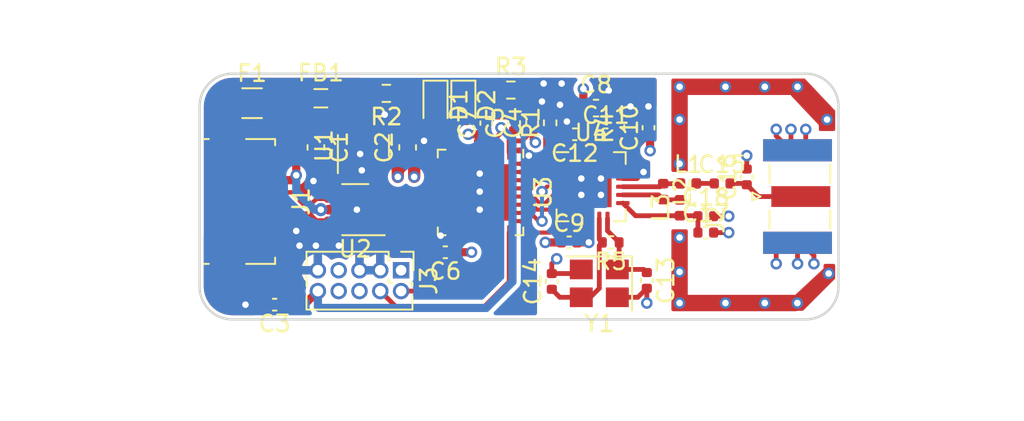
<source format=kicad_pcb>
(kicad_pcb (version 20211014) (generator pcbnew)
  (title_block (title "STM32RF") (date "2023-01-05") (rev "0.1v") (company "Majdbiw4200"))
  (layers (0 "F.Cu" signal) (1 "In1.Cu" signal) (2 "In2.Cu" signal) (31 "B.Cu" signal) (34 "B.Paste" user) (35 "F.Paste" user) (36 "B.SilkS" user "B.Silkscreen") (37 "F.SilkS" user "F.Silkscreen") (38 "B.Mask" user) (39 "F.Mask" user) (44 "Edge.Cuts" user))
  (net 0 "")
  (net 1 "Net-(C1-Pad1)")
  (net 2 "GND")
  (net 3 "+3V3")
  (net 4 "NRST")
  (net 5 "Net-(C12-Pad1)")
  (net 6 "NRF_XC1")
  (net 7 "NRF_XC2")
  (net 8 "Net-(C15-Pad1)")
  (net 9 "Net-(C15-Pad2)")
  (net 10 "NRF_VDD_PA")
  (net 11 "Net-(D1-Pad1)")
  (net 12 "Net-(D1-Pad2)")
  (net 13 "Net-(D2-Pad1)")
  (net 14 "Net-(D2-Pad2)")
  (net 15 "+5V")
  (net 16 "Net-(F1-Pad2)")
  (net 17 "USB_CONN_D-")
  (net 18 "USB_CONN_D+")
  (net 20 "unconnected-(J1-Pad6)")
  (net 21 "SWDIO")
  (net 22 "SWCLK")
  (net 26 "NRF_ANT2")
  (net 27 "NRF_ANT1")
  (net 28 "Net-(R1-Pad1)")
  (net 29 "Net-(R4-Pad1)")
  (net 30 "USB_D+")
  (net 31 "USB_D-")
  (net 45 "NRF_IRQ")
  (net 46 "SPI3_SCK")
  (net 47 "SPI3_MISO")
  (net 48 "SPI3_MOSI")
  (net 49 "SPI3_!CS")
  (net 50 "NRF_CE")
  (footprint "Inductor_SMD:L_0402_1005Metric" (layer "F.Cu") (at 60.735 28.9)
    (fp_text reference "L1")
    (fp_text value "3n9")
  )
  (footprint "Capacitor_SMD:C_0402_1005Metric" (layer "F.Cu") (at 64.3 28.5 90)
    (fp_text reference "C16")
    (fp_text value "1p")
  )
  (footprint "LED_SMD:LED_0603_1608Metric" (layer "F.Cu") (at 45.3 24.1125 -90)
    (fp_text reference "D1")
    (fp_text value "green")
  )
  (footprint "Capacitor_SMD:C_0603_1608Metric" (layer "F.Cu") (at 38 26.7 -90)
    (fp_text reference "C1")
    (fp_text value "10uF")
  )
  (footprint "Fuse:Fuse_1206_3216Metric" (layer "F.Cu") (at 34.1 24)
    (fp_text reference "F1")
    (fp_text value "100mA")
  )
  (footprint "Capacitor_SMD:C_0402_1005Metric" (layer "F.Cu") (at 58.2 34.82 -90)
    (fp_text reference "C13")
    (fp_text value "12pF")
  )
  (footprint "Capacitor_SMD:C_0603_1608Metric" (layer "F.Cu") (at 55.1 24.3)
    (fp_text reference "C8")
    (fp_text value "10uF")
  )
  (footprint "Connector_USB:USB_Micro-B_Molex_47346-0001" (layer "F.Cu") (at 33.8 30 -90)
    (fp_text reference "J1")
    (fp_text value "USB_B_Micro")
  )
  (footprint "Capacitor_SMD:C_0402_1005Metric" (layer "F.Cu") (at 62.8 28.9)
    (fp_text reference "C15")
    (fp_text value "1p5")
  )
  (footprint "Capacitor_SMD:C_0402_1005Metric" (layer "F.Cu") (at 35.48 36.3 180)
    (fp_text reference "C3")
    (fp_text value "100nF")
  )
  (footprint "Package_TO_SOT_SMD:SOT-23-6" (layer "F.Cu") (at 40.4 30.5 180)
    (fp_text reference "U2")
    (fp_text value "USBLC6-2SC6")
  )
  (footprint "Capacitor_SMD:C_0402_1005Metric" (layer "F.Cu") (at 50.1 25.2 90)
    (fp_text reference "C5")
    (fp_text value "100nF")
  )
  (footprint "Capacitor_SMD:C_0402_1005Metric" (layer "F.Cu") (at 61.8 31.9)
    (fp_text reference "C17")
    (fp_text value "2n2")
  )
  (footprint "Resistor_SMD:R_0402_1005Metric" (layer "F.Cu") (at 52.3 25.2 90)
    (fp_text reference "R1")
    (fp_text value "10k")
  )
  (footprint "Capacitor_SMD:C_0402_1005Metric" (layer "F.Cu") (at 52.4 34.88 90)
    (fp_text reference "C14")
    (fp_text value "12pF")
  )
  (footprint "Crystal:Crystal_SMD_3225-4Pin_3.2x2.5mm" (layer "F.Cu") (at 55.3 35 180)
    (fp_text reference "Y1")
    (fp_text value "16MHz")
  )
  (footprint "Capacitor_SMD:C_0402_1005Metric" (layer "F.Cu") (at 61.8 30.9)
    (fp_text reference "C18")
    (fp_text value "4p7")
  )
  (footprint "Connector_PinHeader_1.27mm:PinHeader_2x05_P1.27mm_Vertical" (layer "F.Cu") (at 43.2 34.2 -90)
    (fp_text reference "J3")
    (fp_text value "Conn_02x05_Odd_Even")
  )
  (footprint "Inductor_SMD:L_0402_1005Metric" (layer "F.Cu") (at 60.22 30.385 90)
    (fp_text reference "L3")
    (fp_text value "2n7")
  )
  (footprint "Package_TO_SOT_SMD:SOT-23" (layer "F.Cu") (at 40.9 26.6 90)
    (fp_text reference "U1")
    (fp_text value "XC6206P332MR")
  )
  (footprint "Resistor_SMD:R_0603_1608Metric" (layer "F.Cu") (at 42.3 23.4 180)
    (fp_text reference "R2")
    (fp_text value "2k2")
  )
  (footprint "LED_SMD:LED_0603_1608Metric" (layer "F.Cu") (at 47 24.1125 -90)
    (fp_text reference "D2")
    (fp_text value "yellow")
  )
  (footprint "Capacitor_SMD:C_0402_1005Metric" (layer "F.Cu") (at 51.2 25.2 90)
    (fp_text reference "C4")
    (fp_text value "1uF")
  )
  (footprint "Resistor_SMD:R_0603_1608Metric" (layer "F.Cu") (at 49.9 23.2)
    (fp_text reference "R3")
    (fp_text value "2k2")
  )
  (footprint "Capacitor_SMD:C_0402_1005Metric" (layer "F.Cu") (at 48.4 25.22 90)
    (fp_text reference "C7")
    (fp_text value "100nF")
  )
  (footprint "Package_DFN_QFN:QFN-20-1EP_4x4mm_P0.5mm_EP2.5x2.5mm" (layer "F.Cu") (at 54.8 29.1)
    (fp_text reference "U4")
    (fp_text value "nRF24L01P")
  )
  (footprint "Capacitor_SMD:C_0402_1005Metric" (layer "F.Cu") (at 55.7 25.9)
    (fp_text reference "C11")
    (fp_text value "100nF")
  )
  (footprint "Capacitor_SMD:C_0402_1005Metric" (layer "F.Cu") (at 58.3 25.5 90)
    (fp_text reference "C10")
    (fp_text value "100nF")
  )
  (footprint "Inductor_SMD:L_0402_1005Metric" (layer "F.Cu") (at 59.2 29.4 -90)
    (fp_text reference "L2")
    (fp_text value "8n2")
  )
  (footprint "Connector_Coaxial:SMA_Samtec_SMA-J-P-X-ST-EM1_EdgeMount" (layer "F.Cu") (at 67.4 29.7 90)
    (fp_text reference "J2")
    (fp_text value "Conn_Coaxial")
  )
  (footprint "Capacitor_SMD:C_0402_1005Metric" (layer "F.Cu") (at 45.9 33.1 180)
    (fp_text reference "C6")
    (fp_text value "100nF")
  )
  (footprint "Capacitor_SMD:C_0402_1005Metric" (layer "F.Cu") (at 53.46 32.5)
    (fp_text reference "C9")
    (fp_text value "100nF")
  )
  (footprint "Capacitor_SMD:C_0402_1005Metric" (layer "F.Cu") (at 53.8 25.9 180)
    (fp_text reference "C12")
    (fp_text value "33nF")
  )
  (footprint "Package_DFN_QFN:QFN-32-1EP_5x5mm_P0.5mm_EP3.45x3.45mm" (layer "F.Cu") (at 48.05 29.45 -90)
    (fp_text reference "U3")
    (fp_text value "STM32L432KBU6")
  )
  (footprint "Capacitor_SMD:C_0603_1608Metric" (layer "F.Cu") (at 43.6 26.7 90)
    (fp_text reference "C2")
    (fp_text value "10uF")
  )
  (footprint "Inductor_SMD:L_0805_2012Metric" (layer "F.Cu") (at 38.3 23.7)
    (fp_text reference "FB1")
    (fp_text value "100 @ 100MHz")
  )
  (footprint "Resistor_SMD:R_0402_1005Metric" (layer "F.Cu") (at 57.2 25.5 90)
    (fp_text reference "R4")
    (fp_text value "22k")
  )
  (footprint "Resistor_SMD:R_0402_1005Metric" (layer "F.Cu") (at 56 32.5 180)
    (fp_text reference "R5")
    (fp_text value "1M")
  )
  (gr_poly (pts (xy 69.6 24.5) (xy 69.6 25.6) (xy 68.8 25.6) (xy 68.8 25.3) (xy 67.1 23.5) (xy 67.1 22.6) (xy 67.8 22.6)) (layer "F.Cu") (width 0.2) (fill solid))
  (gr_poly (pts (xy 60.6 35.8) (xy 67.3 35.8) (xy 67.3 36.6) (xy 59.8 36.6) (xy 59.8 31.8) (xy 60.6 31.8)) (layer "F.Cu") (width 0.2) (fill solid))
  (gr_poly (pts (xy 69.596 34.671) (xy 67.691 36.576) (xy 67.3 36.576) (xy 67.3 35.8) (xy 69.088 34.139) (xy 69.088 33.909) (xy 69.596 33.909)) (layer "F.Cu") (width 0.2) (fill solid))
  (gr_poly (pts (xy 67.8 23.4) (xy 60.6 23.4) (xy 60.6 28.1) (xy 59.8 28.1) (xy 59.8 22.6) (xy 67.8 22.6)) (layer "F.Cu") (width 0.2) (fill solid))
  (gr_line (start 67.9 37.2) (end 32.9 37.2) (layer "Edge.Cuts") (width 0.15))
  (gr_arc (start 30.9 24.2) (mid 31.485786 22.785786) (end 32.9 22.2) (layer "Edge.Cuts") (width 0.15))
  (gr_line (start 30.9 35.2) (end 30.9 24.2) (layer "Edge.Cuts") (width 0.15))
  (gr_line (start 69.9 24.2) (end 69.9 35.2) (layer "Edge.Cuts") (width 0.15))
  (gr_arc (start 32.9 37.2) (mid 31.485786 36.614214) (end 30.9 35.2) (layer "Edge.Cuts") (width 0.15))
  (gr_arc (start 67.9 22.2) (mid 69.314214 22.785786) (end 69.9 24.2) (layer "Edge.Cuts") (width 0.15))
  (gr_arc (start 69.9 35.2) (mid 69.314214 36.614214) (end 67.9 37.2) (layer "Edge.Cuts") (width 0.15))
  (gr_line (start 32.9 22.2) (end 67.9 22.2) (layer "Edge.Cuts") (width 0.15))
  (segment (start 40.6375 25.925) (end 40.9 25.6625) (width 0.75) (layer "F.Cu") (net 1))
  (segment (start 38 25.925) (end 40.6375 25.925) (width 0.75) (layer "F.Cu") (net 1))
  (segment (start 40.9 25.6625) (end 40.9 25.2375) (width 0.75) (layer "F.Cu") (net 1))
  (segment (start 40.9 25.2375) (end 39.3625 23.7) (width 0.75) (layer "F.Cu") (net 1))
  (segment (start 51.2 24.72) (end 51.2 24.5) (width 0.5) (layer "F.Cu") (net 2))
  (segment (start 35 36.3) (end 33.7 36.3) (width 0.5) (layer "F.Cu") (net 2))
  (segment (start 52.4 34.4) (end 53.95 34.4) (width 0.29337) (layer "F.Cu") (net 2))
  (segment (start 48.4 24.74) (end 49.185 24.74) (width 0.5) (layer "F.Cu") (net 2))
  (segment (start 39.95 27.5375) (end 40.2375 27.5375) (width 0.75) (layer "F.Cu") (net 2))
  (segment (start 38 27.475) (end 38 28.6) (width 0.5) (layer "F.Cu") (net 2))
  (segment (start 60.2 32.2) (end 60.2 34.3) (width 0.75) (layer "F.Cu") (net 2))
  (segment (start 40.2625 27.5375) (end 40.7 27.1) (width 0.75) (layer "F.Cu") (net 2))
  (segment (start 52.4 33.8) (end 52.7 33.5) (width 0.29337) (layer "F.Cu") (net 2))
  (segment (start 35.26 31.3) (end 36.3 31.3) (width 0.5) (layer "F.Cu") (net 2))
  (segment (start 50.08 24.74) (end 50.1 24.72) (width 0.5) (layer "F.Cu") (net 2))
  (segment (start 53.8 27.1625) (end 53.5625 27.1625) (width 0.3) (layer "F.Cu") (net 2))
  (segment (start 66.1 26) (end 66.975 26.875) (width 0.29337) (layer "F.Cu") (net 2))
  (segment (start 51.2 24.5) (end 51.8 23.9) (width 0.5) (layer "F.Cu") (net 2))
  (segment (start 36.9 31.9) (end 36.9 32.6) (width 0.5) (layer "F.Cu") (net 2))
  (segment (start 43.6 25.925) (end 44.225 25.925) (width 0.75) (layer "F.Cu") (net 2))
  (segment (start 56.170554 25.9) (end 56.18 25.9) (width 0.3) (layer "F.Cu") (net 2))
  (segment (start 56.7375 28.6) (end 57.6 28.6) (width 0.3) (layer "F.Cu") (net 2))
  (segment (start 60.2 36.2) (end 63 36.2) (width 0.75) (layer "F.Cu") (net 2))
  (segment (start 66.975 26.875) (end 67.4 26.875) (width 0.29337) (layer "F.Cu") (net 2))
  (segment (start 67.6 32.725) (end 67.4 32.525) (width 0.29337) (layer "F.Cu") (net 2))
  (segment (start 40.2375 27.5375) (end 40.8 28.1) (width 0.75) (layer "F.Cu") (net 2))
  (segment (start 55.3 26.770554) (end 56.170554 25.9) (width 0.3) (layer "F.Cu") (net 2))
  (segment (start 36.8 31.8) (end 36.9 31.9) (width 0.5) (layer "F.Cu") (net 2))
  (segment (start 54.66 32.5) (end 53.94 32.5) (width 0.5) (layer "F.Cu") (net 2))
  (segment (start 38.0625 27.5375) (end 38 27.475) (width 0.75) (layer "F.Cu") (net 2))
  (segment (start 50.725 23.2) (end 51.1 23.2) (width 0.5) (layer "F.Cu") (net 2))
  (segment (start 67.4 32.525) (end 67.4 32.8) (width 0.29337) (layer "F.Cu") (net 2))
  (segment (start 69.2 25) (end 67.4 23.2) (width 0.75) (layer "F.Cu") (net 2))
  (segment (start 60.2 34.3) (end 60.2 36.2) (width 0.75) (layer "F.Cu") (net 2))
  (segment (start 41.475 23.4) (end 41.475 23.975) (width 0.5) (layer "F.Cu") (net 2))
  (segment (start 67.387736 36.199999) (end 67.500001 36.199999) (width 0.75) (layer "F.Cu") (net 2))
  (segment (start 39.95 27.5375) (end 38.0625 27.5375) (width 0.75) (layer "F.Cu") (net 2))
  (segment (start 53.32 26.92) (end 53.32 25.9) (width 0.3) (layer "F.Cu") (net 2))
  (segment (start 65.4 36.2) (end 67.387736 36.199999) (width 0.75) (layer "F.Cu") (net 2))
  (segment (start 60.2 27.7) (end 60.2 25) (width 0.75) (layer "F.Cu") (net 2))
  (segment (start 45.6125 31.2) (end 45.6125 32.0875) (width 0.3) (layer "F.Cu") (net 2))
  (segment (start 62.28 31.9) (end 63.2 31.9) (width 0.29337) (layer "F.Cu") (net 2))
  (segment (start 50.725 23.2) (end 51.5 23.2) (width 0.5) (layer "F.Cu") (net 2))
  (segment (start 57.95 28.25) (end 58 28.2) (width 0.3) (layer "F.Cu") (net 2))
  (segment (start 68.4 33.3) (end 67.625 32.525) (width 0.29337) (layer "F.Cu") (net 2))
  (segment (start 67.9 25.6) (end 67.9 26.375) (width 0.29337) (layer "F.Cu") (net 2))
  (segment (start 67.4 33.8) (end 67.4 32.525) (width 0.29337) (layer "F.Cu") (net 2))
  (segment (start 51.1 23.2) (end 51.8 23.9) (width 0.5) (layer "F.Cu") (net 2))
  (segment (start 63 36.2) (end 65.4 36.2) (width 0.75) (layer "F.Cu") (net 2))
  (segment (start 55.875 24.3) (end 55.875 23.225) (width 0.5) (layer "F.Cu") (net 2))
  (segment (start 67 26.475) (end 67.4 26.875) (width 0.29337) (layer "F.Cu") (net 2))
  (segment (start 40.5 30.5) (end 41.5375 30.5) (width 0.5) (layer "F.Cu") (net 2))
  (segment (start 55.875 24.3) (end 55.875 25.595) (width 0.5) (layer "F.Cu") (net 2))
  (segment (start 38 28.6) (end 37.85 28.75) (width 0.5) (layer "F.Cu") (net 2))
  (segment (start 60.2 23) (end 63 23) (width 0.75) (layer "F.Cu") (net 2))
  (segment (start 58.3 25.02) (end 58.3 24.2) (width 0.5) (layer "F.Cu") (net 2))
  (segment (start 45.6125 32.9075) (end 45.42 33.1) (width 0.3) (layer "F.Cu") (net 2))
  (segment (start 53.95 34.4) (end 54.2 34.15) (width 0.29337) (layer "F.Cu") (net 2))
  (segment (start 51 27.5) (end 51 27.2) (width 0.3) (layer "F.Cu") (net 2))
  (segment (start 67.625 32.525) (end 67.4 32.525) (width 0.29337) (layer "F.Cu") (net 2))
  (segment (start 50.8 27.7) (end 51 27.5) (width 0.3) (layer "F.Cu") (net 2))
  (segment (start 36.9 32.6) (end 37 32.7) (width 0.5) (layer "F.Cu") (net 2))
  (segment (start 52.4 34.4) (end 52.4 33.8) (width 0.29337) (layer "F.Cu") (net 2))
  (segment (start 55.3 27.1625) (end 55.3 26.770554) (width 0.3) (layer "F.Cu") (net 2))
  (segment (start 53.32 25.9) (end 53.32 25.12) (width 0.5) (layer "F.Cu") (net 2))
  (segment (start 37 32.7) (end 38 32.7) (width 0.5) (layer "F.Cu") (net 2))
  (segment (start 50.1 24.72) (end 51.2 24.72) (width 0.5) (layer "F.Cu") (net 2))
  (segment (start 67.500001 36.199999) (end 69.3 34.4) (width 0.75) (layer "F.Cu") (net 2))
  (segment (start 48.4 24.74) (end 50.08 24.74) (width 0.5) (layer "F.Cu") (net 2))
  (segment (start 49.185 24.74) (end 50.725 23.2) (width 0.5) (layer "F.Cu") (net 2))
  (segment (start 45.6125 32.0875) (end 45.6125 32.9075) (width 0.3) (layer "F.Cu") (net 2))
  (segment (start 55.875 25.595) (end 56.18 25.9) (width 0.5) (layer "F.Cu") (net 2))
  (segment (start 36.3 31.3) (end 36.8 31.8) (width 0.5) (layer "F.Cu") (net 2))
  (segment (start 67 25.6) (end 67 26.475) (width 0.29337) (layer "F.Cu") (net 2))
  (segment (start 57.6 28.6) (end 57.95 28.25) (width 0.3) (layer "F.Cu") (net 2))
  (segment (start 39.95 27.5375) (end 40.2625 27.5375) (width 0.75) (layer "F.Cu") (net 2))
  (segment (start 57.2 24.99) (end 57.2 24.2) (width 0.5) (layer "F.Cu") (net 2))
  (segment (start 56.4 35.85) (end 57.65 35.85) (width 0.29337) (layer "F.Cu") (net 2))
  (segment (start 67.4 32.8) (end 67.6 33) (width 0.29337) (layer "F.Cu") (net 2))
  (segment (start 67.4 23.2) (end 67.4 23) (width 0.75) (layer "F.Cu") (net 2))
  (segment (start 68.125 32.525) (end 67.4 32.525) (width 0.29337) (layer "F.Cu") (net 2))
  (segment (start 57.65 35.85) (end 58.2 35.3) (width 0.29337) (layer "F.Cu") (net 2))
  (segment (start 52.3 24.69) (end 52.31 24.69) (width 0.5) (layer "F.Cu") (net 2))
  (segment (start 37.85 28.75) (end 37.8 28.8) (width 0.5) (layer "F.Cu") (net 2))
  (segment (start 60.2 25) (end 60.2 23) (width 0.75) (layer "F.Cu") (net 2))
  (segment (start 65.4 23) (end 67.4 23) (width 0.75) (layer "F.Cu") (net 2))
  (segment (start 67.9 26.375) (end 67.4 26.875) (width 0.29337) (layer "F.Cu") (net 2))
  (segment (start 62.28 30.9) (end 63.2 30.9) (width 0.29337) (layer "F.Cu") (net 2))
  (segment (start 44.225 25.925) (end 44.6 26.3) (width 0.75) (layer "F.Cu") (net 2))
  (segment (start 66.1 32.7) (end 66.1 33.8) (width 0.29337) (layer "F.Cu") (net 2))
  (segment (start 66.275 32.525) (end 66.1 32.7) (width 0.29337) (layer "F.Cu") (net 2))
  (segment (start 38 32.7) (end 39.4 32.7) (width 0.5) (layer "F.Cu") (net 2))
  (segment (start 53.5625 27.1625) (end 53.32 26.92) (width 0.3) (layer "F.Cu") (net 2))
  (segment (start 66.1 25.6) (end 66.1 26) (width 0.29337) (layer "F.Cu") (net 2))
  (segment (start 51.5 23.2) (end 51.9 22.8) (width 0.5) (layer "F.Cu") (net 2))
  (segment (start 63 23) (end 65.4 23) (width 0.75) (layer "F.Cu") (net 2))
  (segment (start 52.31 24.69) (end 52.9 24.1) (width 0.5) (layer "F.Cu") (net 2))
  (segment (start 54.8 32.36) (end 54.66 32.5) (width 0.3) (layer "F.Cu") (net 2))
  (segment (start 64.3 28.02) (end 64.3 27.2) (width 0.29337) (layer "F.Cu") (net 2))
  (segment (start 68.4 33.8) (end 68.4 33.3) (width 0.29337) (layer "F.Cu") (net 2))
  (segment (start 50.4875 27.7) (end 50.8 27.7) (width 0.3) (layer "F.Cu") (net 2))
  (segment (start 54.8 31.0375) (end 54.8 32.36) (width 0.3) (layer "F.Cu") (net 2))
  (segment (start 58.2 35.3) (end 58.2 36.2) (width 0.29337) (layer "F.Cu") (net 2))
  (segment (start 41.475 23.975) (end 42.2 24.7) (width 0.5) (layer "F.Cu") (net 2))
  (segment (start 67.4 32.525) (end 66.275 32.525) (width 0.29337) (layer "F.Cu") (net 2))
  (via (at 52.7 33.5) (size 0.7) (drill 0.4) (layers "F.Cu" "B.Cu") (net 2))
  (via (at 33.7 36.3) (size 0.7) (drill 0.4) (layers "F.Cu" "B.Cu") (net 2))
  (via (at 37.85 28.75) (size 0.7) (drill 0.4) (layers "F.Cu" "B.Cu") (net 2))
  (via (at 67.387736 36.199999) (size 0.7) (drill 0.4) (layers "F.Cu" "B.Cu") (net 2))
  (via (at 51 27.2) (size 0.7) (drill 0.4) (layers "F.Cu" "B.Cu") (net 2))
  (via (at 48 29.4) (size 0.7) (drill 0.4) (layers "F.Cu" "B.Cu") (net 2))
  (via (at 48 28.3) (size 0.7) (drill 0.4) (layers "F.Cu" "B.Cu") (net 2))
  (via (at 55.4 29.6) (size 0.7) (drill 0.4) (layers "F.Cu" "B.Cu") (net 2))
  (via (at 58.2 36.2) (size 0.7) (drill 0.4) (layers "F.Cu" "B.Cu") (net 2))
  (via (at 66.1 33.8) (size 0.7) (drill 0.4) (layers "F.Cu" "B.Cu") (net 2))
  (via (at 60.2 32.2) (size 0.7) (drill 0.4) (layers "F.Cu" "B.Cu") (net 2))
  (via (at 38 32.7) (size 0.7) (drill 0.4) (layers "F.Cu" "B.Cu") (net 2))
  (via (at 53.32 25.12) (size 0.7) (drill 0.4) (layers "F.Cu" "B.Cu") (net 2))
  (via (at 63 36.2) (size 0.7) (drill 0.4) (layers "F.Cu" "B.Cu") (net 2))
  (via (at 60.2 36.2) (size 0.7) (drill 0.4) (layers "F.Cu" "B.Cu") (net 2))
  (via (at 65.4 23) (size 0.7) (drill 0.4) (layers "F.Cu" "B.Cu") (net 2))
  (via (at 55.4 28.6) (size 0.7) (drill 0.4) (layers "F.Cu" "B.Cu") (net 2))
  (via (at 64.3 27.2) (size 0.7) (drill 0.4) (layers "F.Cu" "B.Cu") (net 2))
  (via (at 45.6125 32.0875) (size 0.7) (drill 0.4) (layers "F.Cu" "B.Cu") (net 2))
  (via (at 44.6 26.3) (size 0.7) (drill 0.4) (layers "F.Cu" "B.Cu") (net 2))
  (via (at 60.2 27.7) (size 0.7) (drill 0.4) (layers "F.Cu" "B.Cu") (net 2))
  (via (at 67.4 23) (size 0.7) (drill 0.4) (layers "F.Cu" "B.Cu") (net 2))
  (via (at 68.4 33.8) (size 0.7) (drill 0.4) (layers "F.Cu" "B.Cu") (net 2))
  (via (at 60.2 34.3) (size 0.7) (drill 0.4) (layers "F.Cu" "B.Cu") (net 2))
  (via (at 54.2 28.6) (size 0.7) (drill 0.4) (layers "F.Cu" "B.Cu") (net 2))
  (via (at 37 32.7) (size 0.7) (drill 0.4) (layers "F.Cu" "B.Cu") (net 2))
  (via (at 60.2 23) (size 0.7) (drill 0.4) (layers "F.Cu" "B.Cu") (net 2))
  (via (at 63.2 31.9) (size 0.7) (drill 0.4) (layers "F.Cu" "B.Cu") (net 2))
  (via (at 55.875 23.225) (size 0.7) (drill 0.4) (layers "F.Cu" "B.Cu") (net 2))
  (via (at 69.3 34.4) (size 0.7) (drill 0.4) (layers "F.Cu" "B.Cu") (net 2))
  (via (at 40.5 30.5) (size 0.7) (drill 0.4) (layers "F.Cu" "B.Cu") (net 2))
  (via (at 58 28.2) (size 0.8) (drill 0.4) (layers "F.Cu" "B.Cu") (net 2))
  (via (at 58.3 24.2) (size 0.7) (drill 0.4) (layers "F.Cu" "B.Cu") (net 2))
  (via (at 40.7 27.1) (size 0.7) (drill 0.4) (layers "F.Cu" "B.Cu") (net 2))
  (via (at 66.1 25.6) (size 0.7) (drill 0.4) (layers "F.Cu" "B.Cu") (net 2))
  (via (at 63 23) (size 0.7) (drill 0.4) (layers "F.Cu" "B.Cu") (net 2))
  (via (at 53 22.8) (size 0.7) (drill 0.4) (layers "F.Cu" "B.Cu") (net 2))
  (via (at 51.8 23.9) (size 0.7) (drill 0.4) (layers "F.Cu" "B.Cu") (net 2))
  (via (at 57.2 24.2) (size 0.7) (drill 0.4) (layers "F.Cu" "B.Cu") (net 2))
  (via (at 54.2 29.6) (size 0.7) (drill 0.4) (layers "F.Cu" "B.Cu") (net 2))
  (via (at 60.2 25) (size 0.7) (drill 0.4) (layers "F.Cu" "B.Cu") (net 2))
  (via (at 51.9 22.8) (size 0.7) (drill 0.4) (layers "F.Cu" "B.Cu") (net 2))
  (via (at 69.2 25) (size 0.7) (drill 0.4) (layers "F.Cu" "B.Cu") (net 2))
  (via (at 48 30.5) (size 0.7) (drill 0.4) (layers "F.Cu" "B.Cu") (net 2))
  (via (at 63.2 30.9) (size 0.7) (drill 0.4) (layers "F.Cu" "B.Cu") (net 2))
  (via (at 42.2 24.7) (size 0.7) (drill 0.4) (layers "F.Cu" "B.Cu") (net 2))
  (via (at 67.9 25.6) (size 0.7) (drill 0.4) (layers "F.Cu" "B.Cu") (net 2))
  (via (at 65.4 36.2) (size 0.7) (drill 0.4) (layers "F.Cu" "B.Cu") (net 2))
  (via (at 39.4 32.7) (size 0.7) (drill 0.4) (layers "F.Cu" "B.Cu") (net 2))
  (via (at 67 25.6) (size 0.7) (drill 0.4) (layers "F.Cu" "B.Cu") (net 2))
  (via (at 36.8 31.8) (size 0.7) (drill 0.4) (layers "F.Cu" "B.Cu") (net 2))
  (via (at 54.66 32.5) (size 0.7) (drill 0.4) (layers "F.Cu" "B.Cu") (net 2))
  (via (at 67.4 33.8) (size 0.7) (drill 0.4) (layers "F.Cu" "B.Cu") (net 2))
  (via (at 40.8 28.1) (size 0.7) (drill 0.4) (layers "F.Cu" "B.Cu") (net 2))
  (via (at 52.9 24.1) (size 0.7) (drill 0.4) (layers "F.Cu" "B.Cu") (net 2))
  (segment (start 54.325 24.325) (end 55.22 25.22) (width 0.5) (layer "F.Cu") (net 3))
  (segment (start 58.4 26.08) (end 58.3 25.98) (width 0.5) (layer "F.Cu") (net 3))
  (segment (start 55.22 25.22) (end 55.22 25.9) (width 0.5) (layer "F.Cu") (net 3))
  (segment (start 47.5 33.1) (end 46.38 33.1) (width 0.5) (layer "F.Cu") (net 3))
  (segment (start 49.8 26.3) (end 50.58 26.3) (width 0.3) (layer "F.Cu") (net 3))
  (segment (start 46.3 31.8875) (end 46.3 33.02) (width 0.3) (layer "F.Cu") (net 3))
  (segment (start 47.8 26.3) (end 48.4 25.7) (width 0.3) (layer "F.Cu") (net 3))
  (segment (start 52 32.5) (end 52.98 32.5) (width 0.5) (layer "F.Cu") (net 3))
  (segment (start 51.2 26.2) (end 51.4 26.4) (width 0.3) (layer "F.Cu") (net 3))
  (segment (start 53.9 31.9) (end 53.1 31.9) (width 0.25) (layer "F.Cu") (net 3))
  (segment (start 43.0625 27.5375) (end 43.5375 27.5375) (width 0.75) (layer "F.Cu") (net 3))
  (segment (start 49.8 25.98) (end 50.1 25.68) (width 0.3) (layer "F.Cu") (net 3))
  (segment (start 54.3 31.0375) (end 54.3 31.5) (width 0.25) (layer "F.Cu") (net 3))
  (segment (start 58.4 26.9) (end 58.4 26.08) (width 0.5) (layer "F.Cu") (net 3))
  (segment (start 54.325 24.3) (end 54.325 24.325) (width 0.5) (layer "F.Cu") (net 3))
  (segment (start 44 27.875) (end 43.6 27.475) (width 0.75) (layer "F.Cu") (net 3))
  (segment (start 53.1 31.9) (end 52.98 32.02) (width 0.25) (layer "F.Cu") (net 3))
  (segment (start 46.3 33.02) (end 46.38 33.1) (width 0.3) (layer "F.Cu") (net 3))
  (segment (start 51.2 25.68) (end 50.1 25.68) (width 0.5) (layer "F.Cu") (net 3))
  (segment (start 48.2 25.9) (end 48.4 25.7) (width 0.5) (layer "F.Cu") (net 3))
  (segment (start 58.29 25.99) (end 58.3 25.98) (width 0.3) (layer "F.Cu") (net 3))
  (segment (start 47.3 25.9) (end 48.2 25.9) (width 0.5) (layer "F.Cu") (net 3))
  (segment (start 54.3 31.5) (end 53.9 31.9) (width 0.25) (layer "F.Cu") (net 3))
  (segment (start 52.98 32.02) (end 52.98 32.5) (width 0.25) (layer "F.Cu") (net 3))
  (segment (start 47.8 27.0125) (end 47.8 26.3) (width 0.3) (layer "F.Cu") (net 3))
  (segment (start 43 28.5) (end 43 28.075) (width 0.75) (layer "F.Cu") (net 3))
  (segment (start 49.8 27.0125) (end 49.8 26.3) (width 0.3) (layer "F.Cu") (net 3))
  (segment (start 43 28.075) (end 43.6 27.475) (width 0.75) (layer "F.Cu") (net 3))
  (segment (start 41.85 27.5375) (end 43.0625 27.5375) (width 0.75) (layer "F.Cu") (net 3))
  (segment (start 44 28.5) (end 44 27.875) (width 0.75) (layer "F.Cu") (net 3))
  (segment (start 54.8 26.32) (end 55.22 25.9) (width 0.3) (layer "F.Cu") (net 3))
  (segment (start 54.325 24.3) (end 54.325 23.125) (width 0.5) (layer "F.Cu") (net 3))
  (segment (start 56.7375 27.5425) (end 58.29 25.99) (width 0.3) (layer "F.Cu") (net 3))
  (segment (start 43.5375 27.5375) (end 43.6 27.475) (width 0.75) (layer "F.Cu") (net 3))
  (segment (start 51.2 25.68) (end 51.2 26.2) (width 0.3) (layer "F.Cu") (net 3))
  (segment (start 50.58 26.3) (end 51.2 25.68) (width 0.3) (layer "F.Cu") (net 3))
  (segment (start 56.7375 28.1) (end 56.7375 27.5425) (width 0.3) (layer "F.Cu") (net 3))
  (segment (start 49.8 26.3) (end 49.8 25.98) (width 0.3) (layer "F.Cu") (net 3))
  (segment (start 54.8 27.1625) (end 54.8 26.32) (width 0.3) (layer "F.Cu") (net 3))
  (via (at 47.3 25.9) (size 0.7) (drill 0.4) (layers "F.Cu" "B.Cu") (net 3))
  (via (at 54.325 23.125) (size 0.7) (drill 0.4) (layers "F.Cu" "B.Cu") (net 3))
  (via (at 44 28.5) (size 0.7) (drill 0.4) (layers "F.Cu" "B.Cu") (net 3))
  (via (at 47.5 33.1) (size 0.7) (drill 0.4) (layers "F.Cu" "B.Cu") (net 3))
  (via (at 52 32.5) (size 0.7) (drill 0.4) (layers "F.Cu" "B.Cu") (net 3))
  (via (at 58.4 26.9) (size 0.7) (drill 0.4) (layers "F.Cu" "B.Cu") (net 3))
  (via (at 51.4 26.4) (size 0.7) (drill 0.4) (layers "F.Cu" "B.Cu") (net 3))
  (via (at 43 28.5) (size 0.7) (drill 0.4) (layers "F.Cu" "B.Cu") (net 3))
  (segment (start 48.3 26.55652) (end 48.6 26.25652) (width 0.3) (layer "F.Cu") (net 4))
  (segment (start 48.6 26.25652) (end 48.84348 26.25652) (width 0.3) (layer "F.Cu") (net 4))
  (segment (start 35.96 36.3) (end 37.29 36.3) (width 0.5) (layer "F.Cu") (net 4))
  (segment (start 37.29 36.3) (end 38.12 35.47) (width 0.5) (layer "F.Cu") (net 4))
  (segment (start 48.84348 26.25652) (end 49.3 25.8) (width 0.3) (layer "F.Cu") (net 4))
  (segment (start 48.3 27.0125) (end 48.3 26.55652) (width 0.3) (layer "F.Cu") (net 4))
  (segment (start 49.3 25.8) (end 49.3 25.5) (width 0.3) (layer "F.Cu") (net 4))
  (via (at 49.3 25.5) (size 0.7) (drill 0.4) (layers "F.Cu" "B.Cu") (net 4))
  (segment (start 38.12 36.42) (end 38.2 36.5) (width 0.5) (layer "B.Cu") (net 4))
  (segment (start 50 26.2) (end 49.3 25.5) (width 0.5) (layer "B.Cu") (net 4))
  (segment (start 50 34.9) (end 50 26.2) (width 0.5) (layer "B.Cu") (net 4))
  (segment (start 38.2 36.5) (end 48.4 36.5) (width 0.5) (layer "B.Cu") (net 4))
  (segment (start 48.4 36.5) (end 50 34.9) (width 0.5) (layer "B.Cu") (net 4))
  (segment (start 38.12 35.47) (end 38.12 36.42) (width 0.5) (layer "B.Cu") (net 4))
  (segment (start 54.3 27.1625) (end 54.3 25.92) (width 0.3) (layer "F.Cu") (net 5))
  (segment (start 54.3 25.92) (end 54.28 25.9) (width 0.3) (layer "F.Cu") (net 5))
  (segment (start 56.51 32.5) (end 56.51 34.04) (width 0.29337) (layer "F.Cu") (net 6))
  (segment (start 56.4 34.15) (end 58.01 34.15) (width 0.29337) (layer "F.Cu") (net 6))
  (segment (start 56.51 34.04) (end 56.4 34.15) (width 0.29337) (layer "F.Cu") (net 6))
  (segment (start 55.8 31.0375) (end 55.8 31.79) (width 0.29337) (layer "F.Cu") (net 6))
  (segment (start 58.01 34.15) (end 58.2 34.34) (width 0.29337) (layer "F.Cu") (net 6))
  (segment (start 55.8 31.79) (end 56.51 32.5) (width 0.29337) (layer "F.Cu") (net 6))
  (segment (start 55.3 31.0375) (end 55.3 32.31) (width 0.29337) (layer "F.Cu") (net 7))
  (segment (start 55.3 32.69) (end 55.49 32.5) (width 0.29337) (layer "F.Cu") (net 7))
  (segment (start 54.2 35.85) (end 54.75 35.85) (width 0.29337) (layer "F.Cu") (net 7))
  (segment (start 55.3 35.3) (end 55.3 32.69) (width 0.29337) (layer "F.Cu") (net 7))
  (segment (start 55.3 32.31) (end 55.49 32.5) (width 0.29337) (layer "F.Cu") (net 7))
  (segment (start 54.75 35.85) (end 55.3 35.3) (width 0.29337) (layer "F.Cu") (net 7))
  (segment (start 54.2 35.85) (end 52.89 35.85) (width 0.29337) (layer "F.Cu") (net 7))
  (segment (start 52.89 35.85) (end 52.4 35.36) (width 0.29337) (layer "F.Cu") (net 7))
  (segment (start 61.22 28.9) (end 62.32 28.9) (width 0.29337) (layer "F.Cu") (net 8))
  (segment (start 63.28 28.9) (end 64.22 28.9) (width 0.29337) (layer "F.Cu") (net 9))
  (segment (start 67.6 29.7) (end 65.02 29.7) (width 0.29337) (layer "F.Cu") (net 9))
  (segment (start 65.02 29.7) (end 64.3 28.98) (width 0.29337) (layer "F.Cu") (net 9))
  (segment (start 64.22 28.9) (end 64.3 28.98) (width 0.29337) (layer "F.Cu") (net 9))
  (segment (start 60.22 30.87) (end 61.29 30.87) (width 0.29337) (layer "F.Cu") (net 10))
  (segment (start 61.32 31.9) (end 61.32 30.9) (width 0.29337) (layer "F.Cu") (net 10))
  (segment (start 57.5075 30.87) (end 56.7375 30.1) (width 0.29337) (layer "F.Cu") (net 10))
  (segment (start 60.22 30.87) (end 57.5075 30.87) (width 0.29337) (layer "F.Cu") (net 10))
  (segment (start 61.29 30.87) (end 61.32 30.9) (width 0.29337) (layer "F.Cu") (net 10))
  (segment (start 45.225 23.4) (end 45.3 23.325) (width 0.5) (layer "F.Cu") (net 11))
  (segment (start 43.125 23.4) (end 45.225 23.4) (width 0.5) (layer "F.Cu") (net 11))
  (segment (start 45.6125 25.2125) (end 45.3 24.9) (width 0.3) (layer "F.Cu") (net 12))
  (segment (start 45.6125 27.7) (end 45.6125 25.2125) (width 0.3) (layer "F.Cu") (net 12))
  (segment (start 48.95 23.325) (end 49.075 23.2) (width 0.5) (layer "F.Cu") (net 13))
  (segment (start 47 23.325) (end 48.95 23.325) (width 0.5) (layer "F.Cu") (net 13))
  (segment (start 46.3 25.6) (end 47 24.9) (width 0.3) (layer "F.Cu") (net 14))
  (segment (start 46.3 27.0125) (end 46.3 25.6) (width 0.3) (layer "F.Cu") (net 14))
  (segment (start 36.5 28.7) (end 36.8 28.4) (width 0.5) (layer "F.Cu") (net 15))
  (segment (start 36.8 26.6) (end 35.9 25.7) (width 0.5) (layer "F.Cu") (net 15))
  (segment (start 35.26 28.7) (end 36.5 28.7) (width 0.5) (layer "F.Cu") (net 15))
  (segment (start 36.8 28.4) (end 36.8 26.6) (width 0.5) (layer "F.Cu") (net 15))
  (segment (start 35.9 25.7) (end 34.4 25.7) (width 0.5) (layer "F.Cu") (net 15))
  (segment (start 39.2625 30.5) (end 38.3 30.5) (width 0.5) (layer "F.Cu") (net 15))
  (segment (start 34.4 25.7) (end 32.7 24) (width 0.5) (layer "F.Cu") (net 15))
  (via (at 36.8 28.4) (size 0.7) (drill 0.4) (layers "F.Cu" "B.Cu") (net 15))
  (via (at 38.3 30.5) (size 0.8) (drill 0.4) (layers "F.Cu" "B.Cu") (net 15))
  (segment (start 38.3 30.5) (end 37.9 30.5) (width 0.5) (layer "B.Cu") (net 15))
  (segment (start 36.8 29.4) (end 36.8 28.4) (width 0.5) (layer "B.Cu") (net 15))
  (segment (start 37.9 30.5) (end 36.8 29.4) (width 0.5) (layer "B.Cu") (net 15))
  (segment (start 35.8 23.7) (end 35.5 24) (width 0.75) (layer "F.Cu") (net 16))
  (segment (start 37.2375 23.7) (end 35.8 23.7) (width 0.75) (layer "F.Cu") (net 16))
  (segment (start 38.869576 29.942924) (end 38.672158 29.942924) (width 0.261112) (layer "F.Cu") (net 17))
  (segment (start 38.572167 29.842933) (end 38.027833 29.842933) (width 0.261112) (layer "F.Cu") (net 17))
  (segment (start 35.817844 29.442844) (end 35.725 29.35) (width 0.261112) (layer "F.Cu") (net 17))
  (segment (start 38.027833 29.842933) (end 37.642933 30.227833) (width 0.261112) (layer "F.Cu") (net 17))
  (segment (start 37.642933 30.227833) (end 37.642933 30.267843) (width 0.261112) (layer "F.Cu") (net 17))
  (segment (start 37.642933 30.267843) (end 37.327163 30.267843) (width 0.261112) (layer "F.Cu") (net 17))
  (segment (start 37.327163 30.267843) (end 36.502164 29.442844) (width 0.261112) (layer "F.Cu") (net 17))
  (segment (start 39.2625 29.55) (end 38.869576 29.942924) (width 0.261112) (layer "F.Cu") (net 17))
  (segment (start 36.502164 29.442844) (end 35.817844 29.442844) (width 0.261112) (layer "F.Cu") (net 17))
  (segment (start 38.672158 29.942924) (end 38.572167 29.842933) (width 0.261112) (layer "F.Cu") (net 17))
  (segment (start 35.725 29.35) (end 35.26 29.35) (width 0.261112) (layer "F.Cu") (net 17))
  (segment (start 38.672158 31.057076) (end 38.572167 31.157067) (width 0.261112) (layer "F.Cu") (net 18))
  (segment (start 37.642933 30.732157) (end 37.134837 30.732157) (width 0.261112) (layer "F.Cu") (net 18))
  (segment (start 38.572167 31.157067) (end 38.027833 31.157067) (width 0.261112) (layer "F.Cu") (net 18))
  (segment (start 36.309836 29.907156) (end 35.817844 29.907156) (width 0.261112) (layer "F.Cu") (net 18))
  (segment (start 37.642933 30.772167) (end 37.642933 30.732157) (width 0.261112) (layer "F.Cu") (net 18))
  (segment (start 38.869576 31.057076) (end 38.672158 31.057076) (width 0.261112) (layer "F.Cu") (net 18))
  (segment (start 37.134837 30.732157) (end 36.309836 29.907156) (width 0.261112) (layer "F.Cu") (net 18))
  (segment (start 35.817844 29.907156) (end 35.725 30) (width 0.261112) (layer "F.Cu") (net 18))
  (segment (start 38.027833 31.157067) (end 37.642933 30.772167) (width 0.261112) (layer "F.Cu") (net 18))
  (segment (start 35.725 30) (end 35.26 30) (width 0.261112) (layer "F.Cu") (net 18))
  (segment (start 39.2625 31.45) (end 38.869576 31.057076) (width 0.261112) (layer "F.Cu") (net 18))
  (segment (start 35.175 32.4875) (end 33.4875 32.4875) (width 0.3) (layer "F.Cu") (net 20))
  (segment (start 32.6 33.375) (end 32.6 31.55) (width 0.3) (layer "F.Cu") (net 20))
  (segment (start 32.6 31.55) (end 32.6 28.85) (width 0.3) (layer "F.Cu") (net 20))
  (segment (start 35.175 27.5125) (end 33.4875 27.5125) (width 0.3) (layer "F.Cu") (net 20))
  (segment (start 33.4875 32.4875) (end 32.6 33.375) (width 0.3) (layer "F.Cu") (net 20))
  (segment (start 32.6 28.85) (end 32.6 26.625) (width 0.3) (layer "F.Cu") (net 20))
  (segment (start 33.4875 27.5125) (end 32.6 26.625) (width 0.3) (layer "F.Cu") (net 20))
  (segment (start 48.23 35.47) (end 49.3 34.4) (width 0.29337) (layer "F.Cu") (net 21))
  (segment (start 43.2 35.47) (end 48.23 35.47) (width 0.29337) (layer "F.Cu") (net 21))
  (segment (start 49.3 34.4) (end 49.3 31.8875) (width 0.29337) (layer "F.Cu") (net 21))
  (segment (start 49.8 31.8875) (end 49.8 34.9) (width 0.29337) (layer "F.Cu") (net 22))
  (segment (start 42.96 36.5) (end 41.93 35.47) (width 0.29337) (layer "F.Cu") (net 22))
  (segment (start 48.2 36.5) (end 42.96 36.5) (width 0.29337) (layer "F.Cu") (net 22))
  (segment (start 49.8 34.9) (end 48.2 36.5) (width 0.29337) (layer "F.Cu") (net 22))
  (segment (start 60.235 28.915) (end 60.25 28.9) (width 0.29337) (layer "F.Cu") (net 26))
  (segment (start 59.015 29.1) (end 59.2 28.915) (width 0.29337) (layer "F.Cu") (net 26))
  (segment (start 59.2 28.915) (end 60.235 28.915) (width 0.29337) (layer "F.Cu") (net 26))
  (segment (start 56.7375 29.1) (end 59.015 29.1) (width 0.29337) (layer "F.Cu") (net 26))
  (segment (start 59.215 29.9) (end 59.2 29.885) (width 0.29337) (layer "F.Cu") (net 27))
  (segment (start 56.7375 29.6) (end 58.915 29.6) (width 0.29337) (layer "F.Cu") (net 27))
  (segment (start 60.22 29.9) (end 59.215 29.9) (width 0.29337) (layer "F.Cu") (net 27))
  (segment (start 58.915 29.6) (end 59.2 29.885) (width 0.29337) (layer "F.Cu") (net 27))
  (segment (start 52.026511 25.983489) (end 52.3 25.71) (width 0.3) (layer "F.Cu") (net 28))
  (segment (start 50.4875 28.2) (end 51.049018 28.2) (width 0.3) (layer "F.Cu") (net 28))
  (segment (start 51.049018 28.2) (end 52.026511 27.222507) (width 0.3) (layer "F.Cu") (net 28))
  (segment (start 52.026511 27.222507) (end 52.026511 25.983489) (width 0.3) (layer "F.Cu") (net 28))
  (segment (start 56.0475 27.1625) (end 57.2 26.01) (width 0.3) (layer "F.Cu") (net 29))
  (segment (start 55.8 27.1625) (end 56.0475 27.1625) (width 0.3) (layer "F.Cu") (net 29))
  (segment (start 45.024939 35.066259) (end 44.090844 34.132164) (width 0.261112) (layer "F.Cu") (net 30))
  (segment (start 42.543535 30.732157) (end 42.218616 31.057076) (width 0.261112) (layer "F.Cu") (net 30))
  (segment (start 48.805556 31.893056) (end 48.8 31.8875) (width 0.261112) (layer "F.Cu") (net 30))
  (segment (start 47.939061 35.066259) (end 45.024939 35.066259) (width 0.261112) (layer "F.Cu") (net 30))
  (segment (start 48.782157 34.223163) (end 47.939061 35.066259) (width 0.261112) (layer "F.Cu") (net 30))
  (segment (start 42.218616 31.057076) (end 41.930424 31.057076) (width 0.261112) (layer "F.Cu") (net 30))
  (segment (start 43.357837 30.732157) (end 42.543535 30.732157) (width 0.261112) (layer "F.Cu") (net 30))
  (segment (start 41.930424 31.057076) (end 41.5375 31.45) (width 0.261112) (layer "F.Cu") (net 30))
  (segment (start 48.8 31.8875) (end 48.782157 31.905343) (width 0.261112) (layer "F.Cu") (net 30))
  (segment (start 44.090844 31.465164) (end 43.357837 30.732157) (width 0.261112) (layer "F.Cu") (net 30))
  (segment (start 48.782157 31.905343) (end 48.782157 34.223163) (width 0.261112) (layer "F.Cu") (net 30))
  (segment (start 44.090844 34.132164) (end 44.090844 31.465164) (width 0.261112) (layer "F.Cu") (net 30))
  (segment (start 47.446733 34.301947) (end 47.446733 34.259773) (width 0.261112) (layer "F.Cu") (net 31))
  (segment (start 42.218616 29.942924) (end 41.930424 29.942924) (width 0.261112) (layer "F.Cu") (net 31))
  (segment (start 43.550163 30.267843) (end 42.543535 30.267843) (width 0.261112) (layer "F.Cu") (net 31))
  (segment (start 44.555156 33.939836) (end 44.555156 31.272836) (width 0.261112) (layer "F.Cu") (net 31))
  (segment (start 48.317843 31.905343) (end 48.317843 34.030837) (width 0.261112) (layer "F.Cu") (net 31))
  (segment (start 48.3 31.8875) (end 48.294444 31.893056) (width 0.261112) (layer "F.Cu") (net 31))
  (segment (start 46.496733 34.601947) (end 45.217267 34.601947) (width 0.261112) (layer "F.Cu") (net 31))
  (segment (start 42.543535 30.267843) (end 42.218616 29.942924) (width 0.261112) (layer "F.Cu") (net 31))
  (segment (start 44.555156 31.272836) (end 43.550163 30.267843) (width 0.261112) (layer "F.Cu") (net 31))
  (segment (start 48.3 31.8875) (end 48.317843 31.905343) (width 0.261112) (layer "F.Cu") (net 31))
  (segment (start 41.930424 29.942924) (end 41.5375 29.55) (width 0.261112) (layer "F.Cu") (net 31))
  (segment (start 46.546733 34.601947) (end 46.496733 34.601947) (width 0.261112) (layer "F.Cu") (net 31))
  (segment (start 45.217267 34.601947) (end 44.555156 33.939836) (width 0.261112) (layer "F.Cu") (net 31))
  (segment (start 46.846733 34.259773) (end 46.846733 34.301947) (width 0.261112) (layer "F.Cu") (net 31))
  (segment (start 48.317843 34.030837) (end 47.746733 34.601947) (width 0.261112) (layer "F.Cu") (net 31))
  (arc (start 47.146733 33.959773) (mid 46.934601 34.047641) (end 46.846733 34.259773) (width 0.261112) (layer "F.Cu") (net 31))
  (arc (start 47.746733 34.601947) (mid 47.534601 34.514079) (end 47.446733 34.301947) (width 0.261112) (layer "F.Cu") (net 31))
  (arc (start 47.446733 34.259773) (mid 47.358865 34.047641) (end 47.146733 33.959773) (width 0.261112) (layer "F.Cu") (net 31))
  (arc (start 46.846733 34.301947) (mid 46.758865 34.514079) (end 46.546733 34.601947) (width 0.261112) (layer "F.Cu") (net 31))
  (segment (start 52.3 31.9) (end 53.1625 31.0375) (width 0.25) (layer "F.Cu") (net 45))
  (segment (start 51.2 31.9) (end 52.3 31.9) (width 0.25) (layer "F.Cu") (net 45))
  (segment (start 50.4875 31.2) (end 50.5 31.2) (width 0.25) (layer "F.Cu") (net 45))
  (segment (start 53.1625 31.0375) (end 53.8 31.0375) (width 0.25) (layer "F.Cu") (net 45))
  (segment (start 50.5 31.2) (end 51.2 31.9) (width 0.25) (layer "F.Cu") (net 45))
  (segment (start 52.1 29.1) (end 51.8 29.4) (width 0.25) (layer "F.Cu") (net 46))
  (segment (start 51.6 31.2) (end 51.8 31.2) (width 0.25) (layer "F.Cu") (net 46))
  (segment (start 50.4875 30.7) (end 51.1 30.7) (width 0.25) (layer "F.Cu") (net 46))
  (segment (start 52.8625 29.1) (end 52.1 29.1) (width 0.25) (layer "F.Cu") (net 46))
  (segment (start 51.1 30.7) (end 51.6 31.2) (width 0.25) (layer "F.Cu") (net 46))
  (via (at 51.8 29.4) (size 0.7) (drill 0.4) (layers "F.Cu" "B.Cu") (net 46))
  (via (at 51.8 31.2) (size 0.7) (drill 0.4) (layers "F.Cu" "B.Cu") (net 46))
  (segment (start 51.8 31.2) (end 51.8 29.4) (width 0.25) (layer "B.Cu") (net 46))
  (segment (start 52.4 30.5) (end 51.5 30.5) (width 0.25) (layer "F.Cu") (net 47))
  (segment (start 51.2 30.2) (end 50.4875 30.2) (width 0.25) (layer "F.Cu") (net 47))
  (segment (start 52.8 30.1) (end 52.4 30.5) (width 0.25) (layer "F.Cu") (net 47))
  (segment (start 52.8625 30.1) (end 52.8 30.1) (width 0.25) (layer "F.Cu") (net 47))
  (segment (start 51.5 30.5) (end 51.2 30.2) (width 0.25) (layer "F.Cu") (net 47))
  (segment (start 52 30.1) (end 51.649334 30.1) (width 0.25) (layer "F.Cu") (net 48))
  (segment (start 52.8625 29.6) (end 52.5 29.6) (width 0.25) (layer "F.Cu") (net 48))
  (segment (start 51.249334 29.7) (end 50.4875 29.7) (width 0.25) (layer "F.Cu") (net 48))
  (segment (start 51.649334 30.1) (end 51.249334 29.7) (width 0.25) (layer "F.Cu") (net 48))
  (segment (start 52.5 29.6) (end 52 30.1) (width 0.25) (layer "F.Cu") (net 48))
  (segment (start 50.4875 29.2) (end 51.149334 29.2) (width 0.25) (layer "F.Cu") (net 49))
  (segment (start 51.149334 29.2) (end 51.749334 28.6) (width 0.25) (layer "F.Cu") (net 49))
  (segment (start 51.749334 28.6) (end 52.8625 28.6) (width 0.25) (layer "F.Cu") (net 49))
  (segment (start 50.495927 28.708427) (end 50.4875 28.7) (width 0.25) (layer "F.Cu") (net 50))
  (segment (start 51.593374 28.22348) (end 51.108427 28.708427) (width 0.25) (layer "F.Cu") (net 50))
  (segment (start 52.73902 28.22348) (end 51.593374 28.22348) (width 0.25) (layer "F.Cu") (net 50))
  (segment (start 51.108427 28.708427) (end 50.495927 28.708427) (width 0.25) (layer "F.Cu") (net 50))
  (segment (start 52.8625 28.1) (end 52.73902 28.22348) (width 0.25) (layer "F.Cu") (net 50))
  (zone (net 2) (net_name "GND") (layers F&B.Cu) (connect_pads (clearance 0.254)) (min_thickness 0.254) (fill yes (thermal_gap 0.508) (thermal_bridge_width 0.508) (smoothing chamfer))
    (polygon (pts (xy 58.8 27.4) (xy 58.4 27.4) (xy 58.4 28.6) (xy 55.8 28.6) (xy 55.8 30.4) (xy 55 30.4) (xy 55 32.7) (xy 51.5 32.7) (xy 51.5 37.3) (xy 30.8 37.3) (xy 30.8 22.1) (xy 58.8 22.1)))
  )
  (zone (net 2) (net_name "GND") (layer "F.Cu") (connect_pads yes (clearance 0.508)) (min_thickness 0.254) (fill yes (thermal_gap 0.508) (thermal_bridge_width 0.508) (smoothing fillet))
    (polygon (pts (xy 53.7 26.5) (xy 54.1 26.5) (xy 54.1 27.7) (xy 52.1 27.7) (xy 52.1 26.6) (xy 52.9 26.6) (xy 52.9 25.6) (xy 53.7 25.6)))
  )
)
</source>
